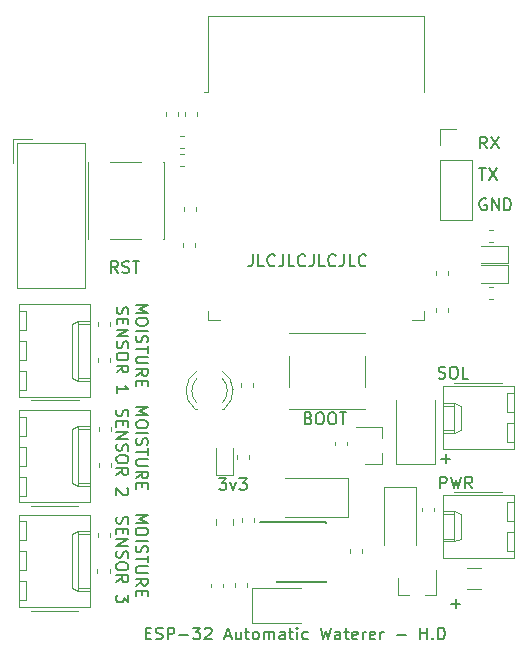
<source format=gbr>
%TF.GenerationSoftware,KiCad,Pcbnew,5.1.5+dfsg1-2build2*%
%TF.CreationDate,2022-07-17T21:36:19+12:00*%
%TF.ProjectId,automatic-plant-watering,6175746f-6d61-4746-9963-2d706c616e74,rev?*%
%TF.SameCoordinates,Original*%
%TF.FileFunction,Legend,Top*%
%TF.FilePolarity,Positive*%
%FSLAX46Y46*%
G04 Gerber Fmt 4.6, Leading zero omitted, Abs format (unit mm)*
G04 Created by KiCad (PCBNEW 5.1.5+dfsg1-2build2) date 2022-07-17 21:36:19*
%MOMM*%
%LPD*%
G04 APERTURE LIST*
%ADD10C,0.150000*%
%ADD11C,0.120000*%
G04 APERTURE END LIST*
D10*
X264922047Y-131036368D02*
X265683952Y-131036368D01*
X265303000Y-131417320D02*
X265303000Y-130655416D01*
X248977092Y-113742220D02*
X248977092Y-114456506D01*
X248929473Y-114599363D01*
X248834235Y-114694601D01*
X248691378Y-114742220D01*
X248596140Y-114742220D01*
X249929473Y-114742220D02*
X249453282Y-114742220D01*
X249453282Y-113742220D01*
X250834235Y-114646982D02*
X250786616Y-114694601D01*
X250643759Y-114742220D01*
X250548520Y-114742220D01*
X250405663Y-114694601D01*
X250310425Y-114599363D01*
X250262806Y-114504125D01*
X250215187Y-114313649D01*
X250215187Y-114170792D01*
X250262806Y-113980316D01*
X250310425Y-113885078D01*
X250405663Y-113789840D01*
X250548520Y-113742220D01*
X250643759Y-113742220D01*
X250786616Y-113789840D01*
X250834235Y-113837459D01*
X251548520Y-113742220D02*
X251548520Y-114456506D01*
X251500901Y-114599363D01*
X251405663Y-114694601D01*
X251262806Y-114742220D01*
X251167568Y-114742220D01*
X252500901Y-114742220D02*
X252024711Y-114742220D01*
X252024711Y-113742220D01*
X253405663Y-114646982D02*
X253358044Y-114694601D01*
X253215187Y-114742220D01*
X253119949Y-114742220D01*
X252977092Y-114694601D01*
X252881854Y-114599363D01*
X252834235Y-114504125D01*
X252786616Y-114313649D01*
X252786616Y-114170792D01*
X252834235Y-113980316D01*
X252881854Y-113885078D01*
X252977092Y-113789840D01*
X253119949Y-113742220D01*
X253215187Y-113742220D01*
X253358044Y-113789840D01*
X253405663Y-113837459D01*
X254119949Y-113742220D02*
X254119949Y-114456506D01*
X254072330Y-114599363D01*
X253977092Y-114694601D01*
X253834235Y-114742220D01*
X253738997Y-114742220D01*
X255072330Y-114742220D02*
X254596140Y-114742220D01*
X254596140Y-113742220D01*
X255977092Y-114646982D02*
X255929473Y-114694601D01*
X255786616Y-114742220D01*
X255691378Y-114742220D01*
X255548520Y-114694601D01*
X255453282Y-114599363D01*
X255405663Y-114504125D01*
X255358044Y-114313649D01*
X255358044Y-114170792D01*
X255405663Y-113980316D01*
X255453282Y-113885078D01*
X255548520Y-113789840D01*
X255691378Y-113742220D01*
X255786616Y-113742220D01*
X255929473Y-113789840D01*
X255977092Y-113837459D01*
X256691378Y-113742220D02*
X256691378Y-114456506D01*
X256643759Y-114599363D01*
X256548520Y-114694601D01*
X256405663Y-114742220D01*
X256310425Y-114742220D01*
X257643759Y-114742220D02*
X257167568Y-114742220D01*
X257167568Y-113742220D01*
X258548520Y-114646982D02*
X258500901Y-114694601D01*
X258358044Y-114742220D01*
X258262806Y-114742220D01*
X258119949Y-114694601D01*
X258024711Y-114599363D01*
X257977092Y-114504125D01*
X257929473Y-114313649D01*
X257929473Y-114170792D01*
X257977092Y-113980316D01*
X258024711Y-113885078D01*
X258119949Y-113789840D01*
X258262806Y-113742220D01*
X258358044Y-113742220D01*
X258500901Y-113789840D01*
X258548520Y-113837459D01*
X268732095Y-109050200D02*
X268636857Y-109002580D01*
X268494000Y-109002580D01*
X268351142Y-109050200D01*
X268255904Y-109145438D01*
X268208285Y-109240676D01*
X268160666Y-109431152D01*
X268160666Y-109574009D01*
X268208285Y-109764485D01*
X268255904Y-109859723D01*
X268351142Y-109954961D01*
X268494000Y-110002580D01*
X268589238Y-110002580D01*
X268732095Y-109954961D01*
X268779714Y-109907342D01*
X268779714Y-109574009D01*
X268589238Y-109574009D01*
X269208285Y-110002580D02*
X269208285Y-109002580D01*
X269779714Y-110002580D01*
X269779714Y-109002580D01*
X270255904Y-110002580D02*
X270255904Y-109002580D01*
X270494000Y-109002580D01*
X270636857Y-109050200D01*
X270732095Y-109145438D01*
X270779714Y-109240676D01*
X270827333Y-109431152D01*
X270827333Y-109574009D01*
X270779714Y-109764485D01*
X270732095Y-109859723D01*
X270636857Y-109954961D01*
X270494000Y-110002580D01*
X270255904Y-110002580D01*
X268135195Y-106437180D02*
X268706623Y-106437180D01*
X268420909Y-107437180D02*
X268420909Y-106437180D01*
X268944719Y-106437180D02*
X269611385Y-107437180D01*
X269611385Y-106437180D02*
X268944719Y-107437180D01*
X268806633Y-104770180D02*
X268473300Y-104293990D01*
X268235204Y-104770180D02*
X268235204Y-103770180D01*
X268616157Y-103770180D01*
X268711395Y-103817800D01*
X268759014Y-103865419D01*
X268806633Y-103960657D01*
X268806633Y-104103514D01*
X268759014Y-104198752D01*
X268711395Y-104246371D01*
X268616157Y-104293990D01*
X268235204Y-104293990D01*
X269139966Y-103770180D02*
X269806633Y-104770180D01*
X269806633Y-103770180D02*
X269139966Y-104770180D01*
X237557060Y-115316260D02*
X237223727Y-114840070D01*
X236985632Y-115316260D02*
X236985632Y-114316260D01*
X237366584Y-114316260D01*
X237461822Y-114363880D01*
X237509441Y-114411499D01*
X237557060Y-114506737D01*
X237557060Y-114649594D01*
X237509441Y-114744832D01*
X237461822Y-114792451D01*
X237366584Y-114840070D01*
X236985632Y-114840070D01*
X237938013Y-115268641D02*
X238080870Y-115316260D01*
X238318965Y-115316260D01*
X238414203Y-115268641D01*
X238461822Y-115221022D01*
X238509441Y-115125784D01*
X238509441Y-115030546D01*
X238461822Y-114935308D01*
X238414203Y-114887689D01*
X238318965Y-114840070D01*
X238128489Y-114792451D01*
X238033251Y-114744832D01*
X237985632Y-114697213D01*
X237938013Y-114601975D01*
X237938013Y-114506737D01*
X237985632Y-114411499D01*
X238033251Y-114363880D01*
X238128489Y-114316260D01*
X238366584Y-114316260D01*
X238509441Y-114363880D01*
X238795156Y-114316260D02*
X239366584Y-114316260D01*
X239080870Y-115316260D02*
X239080870Y-114316260D01*
X253696957Y-127601671D02*
X253839814Y-127649290D01*
X253887433Y-127696909D01*
X253935052Y-127792147D01*
X253935052Y-127935004D01*
X253887433Y-128030242D01*
X253839814Y-128077861D01*
X253744576Y-128125480D01*
X253363623Y-128125480D01*
X253363623Y-127125480D01*
X253696957Y-127125480D01*
X253792195Y-127173100D01*
X253839814Y-127220719D01*
X253887433Y-127315957D01*
X253887433Y-127411195D01*
X253839814Y-127506433D01*
X253792195Y-127554052D01*
X253696957Y-127601671D01*
X253363623Y-127601671D01*
X254554100Y-127125480D02*
X254744576Y-127125480D01*
X254839814Y-127173100D01*
X254935052Y-127268338D01*
X254982671Y-127458814D01*
X254982671Y-127792147D01*
X254935052Y-127982623D01*
X254839814Y-128077861D01*
X254744576Y-128125480D01*
X254554100Y-128125480D01*
X254458861Y-128077861D01*
X254363623Y-127982623D01*
X254316004Y-127792147D01*
X254316004Y-127458814D01*
X254363623Y-127268338D01*
X254458861Y-127173100D01*
X254554100Y-127125480D01*
X255601719Y-127125480D02*
X255792195Y-127125480D01*
X255887433Y-127173100D01*
X255982671Y-127268338D01*
X256030290Y-127458814D01*
X256030290Y-127792147D01*
X255982671Y-127982623D01*
X255887433Y-128077861D01*
X255792195Y-128125480D01*
X255601719Y-128125480D01*
X255506480Y-128077861D01*
X255411242Y-127982623D01*
X255363623Y-127792147D01*
X255363623Y-127458814D01*
X255411242Y-127268338D01*
X255506480Y-127173100D01*
X255601719Y-127125480D01*
X256316004Y-127125480D02*
X256887433Y-127125480D01*
X256601719Y-128125480D02*
X256601719Y-127125480D01*
X246116623Y-132675380D02*
X246735671Y-132675380D01*
X246402338Y-133056333D01*
X246545195Y-133056333D01*
X246640433Y-133103952D01*
X246688052Y-133151571D01*
X246735671Y-133246809D01*
X246735671Y-133484904D01*
X246688052Y-133580142D01*
X246640433Y-133627761D01*
X246545195Y-133675380D01*
X246259480Y-133675380D01*
X246164242Y-133627761D01*
X246116623Y-133580142D01*
X247069004Y-133008714D02*
X247307100Y-133675380D01*
X247545195Y-133008714D01*
X247830909Y-132675380D02*
X248449957Y-132675380D01*
X248116623Y-133056333D01*
X248259480Y-133056333D01*
X248354719Y-133103952D01*
X248402338Y-133151571D01*
X248449957Y-133246809D01*
X248449957Y-133484904D01*
X248402338Y-133580142D01*
X248354719Y-133627761D01*
X248259480Y-133675380D01*
X247973766Y-133675380D01*
X247878528Y-133627761D01*
X247830909Y-133580142D01*
X239909342Y-145821091D02*
X240242676Y-145821091D01*
X240385533Y-146344900D02*
X239909342Y-146344900D01*
X239909342Y-145344900D01*
X240385533Y-145344900D01*
X240766485Y-146297281D02*
X240909342Y-146344900D01*
X241147438Y-146344900D01*
X241242676Y-146297281D01*
X241290295Y-146249662D01*
X241337914Y-146154424D01*
X241337914Y-146059186D01*
X241290295Y-145963948D01*
X241242676Y-145916329D01*
X241147438Y-145868710D01*
X240956961Y-145821091D01*
X240861723Y-145773472D01*
X240814104Y-145725853D01*
X240766485Y-145630615D01*
X240766485Y-145535377D01*
X240814104Y-145440139D01*
X240861723Y-145392520D01*
X240956961Y-145344900D01*
X241195057Y-145344900D01*
X241337914Y-145392520D01*
X241766485Y-146344900D02*
X241766485Y-145344900D01*
X242147438Y-145344900D01*
X242242676Y-145392520D01*
X242290295Y-145440139D01*
X242337914Y-145535377D01*
X242337914Y-145678234D01*
X242290295Y-145773472D01*
X242242676Y-145821091D01*
X242147438Y-145868710D01*
X241766485Y-145868710D01*
X242766485Y-145963948D02*
X243528390Y-145963948D01*
X243909342Y-145344900D02*
X244528390Y-145344900D01*
X244195057Y-145725853D01*
X244337914Y-145725853D01*
X244433152Y-145773472D01*
X244480771Y-145821091D01*
X244528390Y-145916329D01*
X244528390Y-146154424D01*
X244480771Y-146249662D01*
X244433152Y-146297281D01*
X244337914Y-146344900D01*
X244052200Y-146344900D01*
X243956961Y-146297281D01*
X243909342Y-146249662D01*
X244909342Y-145440139D02*
X244956961Y-145392520D01*
X245052200Y-145344900D01*
X245290295Y-145344900D01*
X245385533Y-145392520D01*
X245433152Y-145440139D01*
X245480771Y-145535377D01*
X245480771Y-145630615D01*
X245433152Y-145773472D01*
X244861723Y-146344900D01*
X245480771Y-146344900D01*
X246623628Y-146059186D02*
X247099819Y-146059186D01*
X246528390Y-146344900D02*
X246861723Y-145344900D01*
X247195057Y-146344900D01*
X247956961Y-145678234D02*
X247956961Y-146344900D01*
X247528390Y-145678234D02*
X247528390Y-146202043D01*
X247576009Y-146297281D01*
X247671247Y-146344900D01*
X247814104Y-146344900D01*
X247909342Y-146297281D01*
X247956961Y-146249662D01*
X248290295Y-145678234D02*
X248671247Y-145678234D01*
X248433152Y-145344900D02*
X248433152Y-146202043D01*
X248480771Y-146297281D01*
X248576009Y-146344900D01*
X248671247Y-146344900D01*
X249147438Y-146344900D02*
X249052200Y-146297281D01*
X249004580Y-146249662D01*
X248956961Y-146154424D01*
X248956961Y-145868710D01*
X249004580Y-145773472D01*
X249052200Y-145725853D01*
X249147438Y-145678234D01*
X249290295Y-145678234D01*
X249385533Y-145725853D01*
X249433152Y-145773472D01*
X249480771Y-145868710D01*
X249480771Y-146154424D01*
X249433152Y-146249662D01*
X249385533Y-146297281D01*
X249290295Y-146344900D01*
X249147438Y-146344900D01*
X249909342Y-146344900D02*
X249909342Y-145678234D01*
X249909342Y-145773472D02*
X249956961Y-145725853D01*
X250052200Y-145678234D01*
X250195057Y-145678234D01*
X250290295Y-145725853D01*
X250337914Y-145821091D01*
X250337914Y-146344900D01*
X250337914Y-145821091D02*
X250385533Y-145725853D01*
X250480771Y-145678234D01*
X250623628Y-145678234D01*
X250718866Y-145725853D01*
X250766485Y-145821091D01*
X250766485Y-146344900D01*
X251671247Y-146344900D02*
X251671247Y-145821091D01*
X251623628Y-145725853D01*
X251528390Y-145678234D01*
X251337914Y-145678234D01*
X251242676Y-145725853D01*
X251671247Y-146297281D02*
X251576009Y-146344900D01*
X251337914Y-146344900D01*
X251242676Y-146297281D01*
X251195057Y-146202043D01*
X251195057Y-146106805D01*
X251242676Y-146011567D01*
X251337914Y-145963948D01*
X251576009Y-145963948D01*
X251671247Y-145916329D01*
X252004580Y-145678234D02*
X252385533Y-145678234D01*
X252147438Y-145344900D02*
X252147438Y-146202043D01*
X252195057Y-146297281D01*
X252290295Y-146344900D01*
X252385533Y-146344900D01*
X252718866Y-146344900D02*
X252718866Y-145678234D01*
X252718866Y-145344900D02*
X252671247Y-145392520D01*
X252718866Y-145440139D01*
X252766485Y-145392520D01*
X252718866Y-145344900D01*
X252718866Y-145440139D01*
X253623628Y-146297281D02*
X253528390Y-146344900D01*
X253337914Y-146344900D01*
X253242676Y-146297281D01*
X253195057Y-146249662D01*
X253147438Y-146154424D01*
X253147438Y-145868710D01*
X253195057Y-145773472D01*
X253242676Y-145725853D01*
X253337914Y-145678234D01*
X253528390Y-145678234D01*
X253623628Y-145725853D01*
X254718866Y-145344900D02*
X254956961Y-146344900D01*
X255147438Y-145630615D01*
X255337914Y-146344900D01*
X255576009Y-145344900D01*
X256385533Y-146344900D02*
X256385533Y-145821091D01*
X256337914Y-145725853D01*
X256242676Y-145678234D01*
X256052200Y-145678234D01*
X255956961Y-145725853D01*
X256385533Y-146297281D02*
X256290295Y-146344900D01*
X256052200Y-146344900D01*
X255956961Y-146297281D01*
X255909342Y-146202043D01*
X255909342Y-146106805D01*
X255956961Y-146011567D01*
X256052200Y-145963948D01*
X256290295Y-145963948D01*
X256385533Y-145916329D01*
X256718866Y-145678234D02*
X257099819Y-145678234D01*
X256861723Y-145344900D02*
X256861723Y-146202043D01*
X256909342Y-146297281D01*
X257004580Y-146344900D01*
X257099819Y-146344900D01*
X257814104Y-146297281D02*
X257718866Y-146344900D01*
X257528390Y-146344900D01*
X257433152Y-146297281D01*
X257385533Y-146202043D01*
X257385533Y-145821091D01*
X257433152Y-145725853D01*
X257528390Y-145678234D01*
X257718866Y-145678234D01*
X257814104Y-145725853D01*
X257861723Y-145821091D01*
X257861723Y-145916329D01*
X257385533Y-146011567D01*
X258290295Y-146344900D02*
X258290295Y-145678234D01*
X258290295Y-145868710D02*
X258337914Y-145773472D01*
X258385533Y-145725853D01*
X258480771Y-145678234D01*
X258576009Y-145678234D01*
X259290295Y-146297281D02*
X259195057Y-146344900D01*
X259004580Y-146344900D01*
X258909342Y-146297281D01*
X258861723Y-146202043D01*
X258861723Y-145821091D01*
X258909342Y-145725853D01*
X259004580Y-145678234D01*
X259195057Y-145678234D01*
X259290295Y-145725853D01*
X259337914Y-145821091D01*
X259337914Y-145916329D01*
X258861723Y-146011567D01*
X259766485Y-146344900D02*
X259766485Y-145678234D01*
X259766485Y-145868710D02*
X259814104Y-145773472D01*
X259861723Y-145725853D01*
X259956961Y-145678234D01*
X260052200Y-145678234D01*
X261147438Y-145963948D02*
X261909342Y-145963948D01*
X263147438Y-146344900D02*
X263147438Y-145344900D01*
X263147438Y-145821091D02*
X263718866Y-145821091D01*
X263718866Y-146344900D02*
X263718866Y-145344900D01*
X264195057Y-146249662D02*
X264242676Y-146297281D01*
X264195057Y-146344900D01*
X264147438Y-146297281D01*
X264195057Y-146249662D01*
X264195057Y-146344900D01*
X264671247Y-146344900D02*
X264671247Y-145344900D01*
X264909342Y-145344900D01*
X265052200Y-145392520D01*
X265147438Y-145487758D01*
X265195057Y-145582996D01*
X265242676Y-145773472D01*
X265242676Y-145916329D01*
X265195057Y-146106805D01*
X265147438Y-146202043D01*
X265052200Y-146297281D01*
X264909342Y-146344900D01*
X264671247Y-146344900D01*
X264698314Y-124204361D02*
X264841171Y-124251980D01*
X265079266Y-124251980D01*
X265174504Y-124204361D01*
X265222123Y-124156742D01*
X265269742Y-124061504D01*
X265269742Y-123966266D01*
X265222123Y-123871028D01*
X265174504Y-123823409D01*
X265079266Y-123775790D01*
X264888790Y-123728171D01*
X264793552Y-123680552D01*
X264745933Y-123632933D01*
X264698314Y-123537695D01*
X264698314Y-123442457D01*
X264745933Y-123347219D01*
X264793552Y-123299600D01*
X264888790Y-123251980D01*
X265126885Y-123251980D01*
X265269742Y-123299600D01*
X265888790Y-123251980D02*
X266079266Y-123251980D01*
X266174504Y-123299600D01*
X266269742Y-123394838D01*
X266317361Y-123585314D01*
X266317361Y-123918647D01*
X266269742Y-124109123D01*
X266174504Y-124204361D01*
X266079266Y-124251980D01*
X265888790Y-124251980D01*
X265793552Y-124204361D01*
X265698314Y-124109123D01*
X265650695Y-123918647D01*
X265650695Y-123585314D01*
X265698314Y-123394838D01*
X265793552Y-123299600D01*
X265888790Y-123251980D01*
X267222123Y-124251980D02*
X266745933Y-124251980D01*
X266745933Y-123251980D01*
X265785647Y-143322348D02*
X266547552Y-143322348D01*
X266166600Y-143703300D02*
X266166600Y-142941396D01*
X264833266Y-133548380D02*
X264833266Y-132548380D01*
X265214219Y-132548380D01*
X265309457Y-132596000D01*
X265357076Y-132643619D01*
X265404695Y-132738857D01*
X265404695Y-132881714D01*
X265357076Y-132976952D01*
X265309457Y-133024571D01*
X265214219Y-133072190D01*
X264833266Y-133072190D01*
X265738028Y-132548380D02*
X265976123Y-133548380D01*
X266166600Y-132834095D01*
X266357076Y-133548380D01*
X266595171Y-132548380D01*
X267547552Y-133548380D02*
X267214219Y-133072190D01*
X266976123Y-133548380D02*
X266976123Y-132548380D01*
X267357076Y-132548380D01*
X267452314Y-132596000D01*
X267499933Y-132643619D01*
X267547552Y-132738857D01*
X267547552Y-132881714D01*
X267499933Y-132976952D01*
X267452314Y-133024571D01*
X267357076Y-133072190D01*
X266976123Y-133072190D01*
X239069119Y-135776176D02*
X240069119Y-135776176D01*
X239354833Y-136109509D01*
X240069119Y-136442842D01*
X239069119Y-136442842D01*
X240069119Y-137109509D02*
X240069119Y-137299985D01*
X240021500Y-137395223D01*
X239926261Y-137490461D01*
X239735785Y-137538080D01*
X239402452Y-137538080D01*
X239211976Y-137490461D01*
X239116738Y-137395223D01*
X239069119Y-137299985D01*
X239069119Y-137109509D01*
X239116738Y-137014271D01*
X239211976Y-136919033D01*
X239402452Y-136871414D01*
X239735785Y-136871414D01*
X239926261Y-136919033D01*
X240021500Y-137014271D01*
X240069119Y-137109509D01*
X239069119Y-137966652D02*
X240069119Y-137966652D01*
X239116738Y-138395223D02*
X239069119Y-138538080D01*
X239069119Y-138776176D01*
X239116738Y-138871414D01*
X239164357Y-138919033D01*
X239259595Y-138966652D01*
X239354833Y-138966652D01*
X239450071Y-138919033D01*
X239497690Y-138871414D01*
X239545309Y-138776176D01*
X239592928Y-138585700D01*
X239640547Y-138490461D01*
X239688166Y-138442842D01*
X239783404Y-138395223D01*
X239878642Y-138395223D01*
X239973880Y-138442842D01*
X240021500Y-138490461D01*
X240069119Y-138585700D01*
X240069119Y-138823795D01*
X240021500Y-138966652D01*
X240069119Y-139252366D02*
X240069119Y-139823795D01*
X239069119Y-139538080D02*
X240069119Y-139538080D01*
X240069119Y-140157128D02*
X239259595Y-140157128D01*
X239164357Y-140204747D01*
X239116738Y-140252366D01*
X239069119Y-140347604D01*
X239069119Y-140538080D01*
X239116738Y-140633319D01*
X239164357Y-140680938D01*
X239259595Y-140728557D01*
X240069119Y-140728557D01*
X239069119Y-141776176D02*
X239545309Y-141442842D01*
X239069119Y-141204747D02*
X240069119Y-141204747D01*
X240069119Y-141585700D01*
X240021500Y-141680938D01*
X239973880Y-141728557D01*
X239878642Y-141776176D01*
X239735785Y-141776176D01*
X239640547Y-141728557D01*
X239592928Y-141680938D01*
X239545309Y-141585700D01*
X239545309Y-141204747D01*
X239592928Y-142204747D02*
X239592928Y-142538080D01*
X239069119Y-142680938D02*
X239069119Y-142204747D01*
X240069119Y-142204747D01*
X240069119Y-142680938D01*
X237466738Y-135966652D02*
X237419119Y-136109509D01*
X237419119Y-136347604D01*
X237466738Y-136442842D01*
X237514357Y-136490461D01*
X237609595Y-136538080D01*
X237704833Y-136538080D01*
X237800071Y-136490461D01*
X237847690Y-136442842D01*
X237895309Y-136347604D01*
X237942928Y-136157128D01*
X237990547Y-136061890D01*
X238038166Y-136014271D01*
X238133404Y-135966652D01*
X238228642Y-135966652D01*
X238323880Y-136014271D01*
X238371500Y-136061890D01*
X238419119Y-136157128D01*
X238419119Y-136395223D01*
X238371500Y-136538080D01*
X237942928Y-136966652D02*
X237942928Y-137299985D01*
X237419119Y-137442842D02*
X237419119Y-136966652D01*
X238419119Y-136966652D01*
X238419119Y-137442842D01*
X237419119Y-137871414D02*
X238419119Y-137871414D01*
X237419119Y-138442842D01*
X238419119Y-138442842D01*
X237466738Y-138871414D02*
X237419119Y-139014271D01*
X237419119Y-139252366D01*
X237466738Y-139347604D01*
X237514357Y-139395223D01*
X237609595Y-139442842D01*
X237704833Y-139442842D01*
X237800071Y-139395223D01*
X237847690Y-139347604D01*
X237895309Y-139252366D01*
X237942928Y-139061890D01*
X237990547Y-138966652D01*
X238038166Y-138919033D01*
X238133404Y-138871414D01*
X238228642Y-138871414D01*
X238323880Y-138919033D01*
X238371500Y-138966652D01*
X238419119Y-139061890D01*
X238419119Y-139299985D01*
X238371500Y-139442842D01*
X238419119Y-140061890D02*
X238419119Y-140252366D01*
X238371500Y-140347604D01*
X238276261Y-140442842D01*
X238085785Y-140490461D01*
X237752452Y-140490461D01*
X237561976Y-140442842D01*
X237466738Y-140347604D01*
X237419119Y-140252366D01*
X237419119Y-140061890D01*
X237466738Y-139966652D01*
X237561976Y-139871414D01*
X237752452Y-139823795D01*
X238085785Y-139823795D01*
X238276261Y-139871414D01*
X238371500Y-139966652D01*
X238419119Y-140061890D01*
X237419119Y-141490461D02*
X237895309Y-141157128D01*
X237419119Y-140919033D02*
X238419119Y-140919033D01*
X238419119Y-141299985D01*
X238371500Y-141395223D01*
X238323880Y-141442842D01*
X238228642Y-141490461D01*
X238085785Y-141490461D01*
X237990547Y-141442842D01*
X237942928Y-141395223D01*
X237895309Y-141299985D01*
X237895309Y-140919033D01*
X238419119Y-142585700D02*
X238419119Y-143204747D01*
X238038166Y-142871414D01*
X238038166Y-143014271D01*
X237990547Y-143109509D01*
X237942928Y-143157128D01*
X237847690Y-143204747D01*
X237609595Y-143204747D01*
X237514357Y-143157128D01*
X237466738Y-143109509D01*
X237419119Y-143014271D01*
X237419119Y-142728557D01*
X237466738Y-142633319D01*
X237514357Y-142585700D01*
X239081819Y-126695676D02*
X240081819Y-126695676D01*
X239367533Y-127029009D01*
X240081819Y-127362342D01*
X239081819Y-127362342D01*
X240081819Y-128029009D02*
X240081819Y-128219485D01*
X240034200Y-128314723D01*
X239938961Y-128409961D01*
X239748485Y-128457580D01*
X239415152Y-128457580D01*
X239224676Y-128409961D01*
X239129438Y-128314723D01*
X239081819Y-128219485D01*
X239081819Y-128029009D01*
X239129438Y-127933771D01*
X239224676Y-127838533D01*
X239415152Y-127790914D01*
X239748485Y-127790914D01*
X239938961Y-127838533D01*
X240034200Y-127933771D01*
X240081819Y-128029009D01*
X239081819Y-128886152D02*
X240081819Y-128886152D01*
X239129438Y-129314723D02*
X239081819Y-129457580D01*
X239081819Y-129695676D01*
X239129438Y-129790914D01*
X239177057Y-129838533D01*
X239272295Y-129886152D01*
X239367533Y-129886152D01*
X239462771Y-129838533D01*
X239510390Y-129790914D01*
X239558009Y-129695676D01*
X239605628Y-129505200D01*
X239653247Y-129409961D01*
X239700866Y-129362342D01*
X239796104Y-129314723D01*
X239891342Y-129314723D01*
X239986580Y-129362342D01*
X240034200Y-129409961D01*
X240081819Y-129505200D01*
X240081819Y-129743295D01*
X240034200Y-129886152D01*
X240081819Y-130171866D02*
X240081819Y-130743295D01*
X239081819Y-130457580D02*
X240081819Y-130457580D01*
X240081819Y-131076628D02*
X239272295Y-131076628D01*
X239177057Y-131124247D01*
X239129438Y-131171866D01*
X239081819Y-131267104D01*
X239081819Y-131457580D01*
X239129438Y-131552819D01*
X239177057Y-131600438D01*
X239272295Y-131648057D01*
X240081819Y-131648057D01*
X239081819Y-132695676D02*
X239558009Y-132362342D01*
X239081819Y-132124247D02*
X240081819Y-132124247D01*
X240081819Y-132505200D01*
X240034200Y-132600438D01*
X239986580Y-132648057D01*
X239891342Y-132695676D01*
X239748485Y-132695676D01*
X239653247Y-132648057D01*
X239605628Y-132600438D01*
X239558009Y-132505200D01*
X239558009Y-132124247D01*
X239605628Y-133124247D02*
X239605628Y-133457580D01*
X239081819Y-133600438D02*
X239081819Y-133124247D01*
X240081819Y-133124247D01*
X240081819Y-133600438D01*
X237479438Y-126886152D02*
X237431819Y-127029009D01*
X237431819Y-127267104D01*
X237479438Y-127362342D01*
X237527057Y-127409961D01*
X237622295Y-127457580D01*
X237717533Y-127457580D01*
X237812771Y-127409961D01*
X237860390Y-127362342D01*
X237908009Y-127267104D01*
X237955628Y-127076628D01*
X238003247Y-126981390D01*
X238050866Y-126933771D01*
X238146104Y-126886152D01*
X238241342Y-126886152D01*
X238336580Y-126933771D01*
X238384200Y-126981390D01*
X238431819Y-127076628D01*
X238431819Y-127314723D01*
X238384200Y-127457580D01*
X237955628Y-127886152D02*
X237955628Y-128219485D01*
X237431819Y-128362342D02*
X237431819Y-127886152D01*
X238431819Y-127886152D01*
X238431819Y-128362342D01*
X237431819Y-128790914D02*
X238431819Y-128790914D01*
X237431819Y-129362342D01*
X238431819Y-129362342D01*
X237479438Y-129790914D02*
X237431819Y-129933771D01*
X237431819Y-130171866D01*
X237479438Y-130267104D01*
X237527057Y-130314723D01*
X237622295Y-130362342D01*
X237717533Y-130362342D01*
X237812771Y-130314723D01*
X237860390Y-130267104D01*
X237908009Y-130171866D01*
X237955628Y-129981390D01*
X238003247Y-129886152D01*
X238050866Y-129838533D01*
X238146104Y-129790914D01*
X238241342Y-129790914D01*
X238336580Y-129838533D01*
X238384200Y-129886152D01*
X238431819Y-129981390D01*
X238431819Y-130219485D01*
X238384200Y-130362342D01*
X238431819Y-130981390D02*
X238431819Y-131171866D01*
X238384200Y-131267104D01*
X238288961Y-131362342D01*
X238098485Y-131409961D01*
X237765152Y-131409961D01*
X237574676Y-131362342D01*
X237479438Y-131267104D01*
X237431819Y-131171866D01*
X237431819Y-130981390D01*
X237479438Y-130886152D01*
X237574676Y-130790914D01*
X237765152Y-130743295D01*
X238098485Y-130743295D01*
X238288961Y-130790914D01*
X238384200Y-130886152D01*
X238431819Y-130981390D01*
X237431819Y-132409961D02*
X237908009Y-132076628D01*
X237431819Y-131838533D02*
X238431819Y-131838533D01*
X238431819Y-132219485D01*
X238384200Y-132314723D01*
X238336580Y-132362342D01*
X238241342Y-132409961D01*
X238098485Y-132409961D01*
X238003247Y-132362342D01*
X237955628Y-132314723D01*
X237908009Y-132219485D01*
X237908009Y-131838533D01*
X238336580Y-133552819D02*
X238384200Y-133600438D01*
X238431819Y-133695676D01*
X238431819Y-133933771D01*
X238384200Y-134029009D01*
X238336580Y-134076628D01*
X238241342Y-134124247D01*
X238146104Y-134124247D01*
X238003247Y-134076628D01*
X237431819Y-133505200D01*
X237431819Y-134124247D01*
X239094519Y-118008876D02*
X240094519Y-118008876D01*
X239380233Y-118342209D01*
X240094519Y-118675542D01*
X239094519Y-118675542D01*
X240094519Y-119342209D02*
X240094519Y-119532685D01*
X240046900Y-119627923D01*
X239951661Y-119723161D01*
X239761185Y-119770780D01*
X239427852Y-119770780D01*
X239237376Y-119723161D01*
X239142138Y-119627923D01*
X239094519Y-119532685D01*
X239094519Y-119342209D01*
X239142138Y-119246971D01*
X239237376Y-119151733D01*
X239427852Y-119104114D01*
X239761185Y-119104114D01*
X239951661Y-119151733D01*
X240046900Y-119246971D01*
X240094519Y-119342209D01*
X239094519Y-120199352D02*
X240094519Y-120199352D01*
X239142138Y-120627923D02*
X239094519Y-120770780D01*
X239094519Y-121008876D01*
X239142138Y-121104114D01*
X239189757Y-121151733D01*
X239284995Y-121199352D01*
X239380233Y-121199352D01*
X239475471Y-121151733D01*
X239523090Y-121104114D01*
X239570709Y-121008876D01*
X239618328Y-120818400D01*
X239665947Y-120723161D01*
X239713566Y-120675542D01*
X239808804Y-120627923D01*
X239904042Y-120627923D01*
X239999280Y-120675542D01*
X240046900Y-120723161D01*
X240094519Y-120818400D01*
X240094519Y-121056495D01*
X240046900Y-121199352D01*
X240094519Y-121485066D02*
X240094519Y-122056495D01*
X239094519Y-121770780D02*
X240094519Y-121770780D01*
X240094519Y-122389828D02*
X239284995Y-122389828D01*
X239189757Y-122437447D01*
X239142138Y-122485066D01*
X239094519Y-122580304D01*
X239094519Y-122770780D01*
X239142138Y-122866019D01*
X239189757Y-122913638D01*
X239284995Y-122961257D01*
X240094519Y-122961257D01*
X239094519Y-124008876D02*
X239570709Y-123675542D01*
X239094519Y-123437447D02*
X240094519Y-123437447D01*
X240094519Y-123818400D01*
X240046900Y-123913638D01*
X239999280Y-123961257D01*
X239904042Y-124008876D01*
X239761185Y-124008876D01*
X239665947Y-123961257D01*
X239618328Y-123913638D01*
X239570709Y-123818400D01*
X239570709Y-123437447D01*
X239618328Y-124437447D02*
X239618328Y-124770780D01*
X239094519Y-124913638D02*
X239094519Y-124437447D01*
X240094519Y-124437447D01*
X240094519Y-124913638D01*
X237492138Y-118199352D02*
X237444519Y-118342209D01*
X237444519Y-118580304D01*
X237492138Y-118675542D01*
X237539757Y-118723161D01*
X237634995Y-118770780D01*
X237730233Y-118770780D01*
X237825471Y-118723161D01*
X237873090Y-118675542D01*
X237920709Y-118580304D01*
X237968328Y-118389828D01*
X238015947Y-118294590D01*
X238063566Y-118246971D01*
X238158804Y-118199352D01*
X238254042Y-118199352D01*
X238349280Y-118246971D01*
X238396900Y-118294590D01*
X238444519Y-118389828D01*
X238444519Y-118627923D01*
X238396900Y-118770780D01*
X237968328Y-119199352D02*
X237968328Y-119532685D01*
X237444519Y-119675542D02*
X237444519Y-119199352D01*
X238444519Y-119199352D01*
X238444519Y-119675542D01*
X237444519Y-120104114D02*
X238444519Y-120104114D01*
X237444519Y-120675542D01*
X238444519Y-120675542D01*
X237492138Y-121104114D02*
X237444519Y-121246971D01*
X237444519Y-121485066D01*
X237492138Y-121580304D01*
X237539757Y-121627923D01*
X237634995Y-121675542D01*
X237730233Y-121675542D01*
X237825471Y-121627923D01*
X237873090Y-121580304D01*
X237920709Y-121485066D01*
X237968328Y-121294590D01*
X238015947Y-121199352D01*
X238063566Y-121151733D01*
X238158804Y-121104114D01*
X238254042Y-121104114D01*
X238349280Y-121151733D01*
X238396900Y-121199352D01*
X238444519Y-121294590D01*
X238444519Y-121532685D01*
X238396900Y-121675542D01*
X238444519Y-122294590D02*
X238444519Y-122485066D01*
X238396900Y-122580304D01*
X238301661Y-122675542D01*
X238111185Y-122723161D01*
X237777852Y-122723161D01*
X237587376Y-122675542D01*
X237492138Y-122580304D01*
X237444519Y-122485066D01*
X237444519Y-122294590D01*
X237492138Y-122199352D01*
X237587376Y-122104114D01*
X237777852Y-122056495D01*
X238111185Y-122056495D01*
X238301661Y-122104114D01*
X238396900Y-122199352D01*
X238444519Y-122294590D01*
X237444519Y-123723161D02*
X237920709Y-123389828D01*
X237444519Y-123151733D02*
X238444519Y-123151733D01*
X238444519Y-123532685D01*
X238396900Y-123627923D01*
X238349280Y-123675542D01*
X238254042Y-123723161D01*
X238111185Y-123723161D01*
X238015947Y-123675542D01*
X237968328Y-123627923D01*
X237920709Y-123532685D01*
X237920709Y-123151733D01*
X237444519Y-125437447D02*
X237444519Y-124866019D01*
X237444519Y-125151733D02*
X238444519Y-125151733D01*
X238301661Y-125056495D01*
X238206423Y-124961257D01*
X238158804Y-124866019D01*
D11*
%TO.C,R2*%
X264322020Y-135509219D02*
X264322020Y-135183661D01*
X263302020Y-135509219D02*
X263302020Y-135183661D01*
%TO.C,D3*%
X262832680Y-133404360D02*
X262832680Y-138384360D01*
X260112680Y-133404360D02*
X260112680Y-138384360D01*
X262832680Y-133404360D02*
X260112680Y-133404360D01*
%TO.C,C6*%
X248867920Y-144986980D02*
X253077920Y-144986980D01*
X248867920Y-141966980D02*
X248867920Y-144986980D01*
X253077920Y-141966980D02*
X248867920Y-141966980D01*
%TO.C,U4*%
X228693740Y-104006340D02*
X230303740Y-104006340D01*
X228693740Y-104006340D02*
X228693740Y-106006340D01*
X228973740Y-116546340D02*
X228973740Y-104296340D01*
X234733740Y-116546340D02*
X228973740Y-116546340D01*
X234733740Y-104286340D02*
X234733740Y-116546340D01*
X228983740Y-104286340D02*
X234723740Y-104286340D01*
%TO.C,R5*%
X247635300Y-130748821D02*
X247635300Y-131074379D01*
X248655300Y-130748821D02*
X248655300Y-131074379D01*
%TO.C,D6*%
X247292800Y-132383900D02*
X247292800Y-130098900D01*
X245822800Y-132383900D02*
X247292800Y-132383900D01*
X245822800Y-130098900D02*
X245822800Y-132383900D01*
%TO.C,R13*%
X245417880Y-141607081D02*
X245417880Y-141932639D01*
X246437880Y-141607081D02*
X246437880Y-141932639D01*
%TO.C,R12*%
X248505440Y-141920179D02*
X248505440Y-141594621D01*
X247485440Y-141920179D02*
X247485440Y-141594621D01*
D10*
%TO.C,U2*%
X251023300Y-136413000D02*
X249623300Y-136413000D01*
X251023300Y-141513000D02*
X255173300Y-141513000D01*
X251023300Y-136363000D02*
X255173300Y-136363000D01*
X251023300Y-141513000D02*
X251023300Y-141368000D01*
X255173300Y-141513000D02*
X255173300Y-141368000D01*
X255173300Y-136363000D02*
X255173300Y-136508000D01*
X251023300Y-136363000D02*
X251023300Y-136413000D01*
D11*
%TO.C,SW2*%
X252040000Y-126864500D02*
X258500000Y-126864500D01*
X252040000Y-122334500D02*
X252040000Y-124934500D01*
X252040000Y-120404500D02*
X258500000Y-120404500D01*
X258500000Y-122334500D02*
X258500000Y-124934500D01*
X252040000Y-120434500D02*
X252040000Y-120404500D01*
X252040000Y-126864500D02*
X252040000Y-126834500D01*
X258500000Y-126864500D02*
X258500000Y-126834500D01*
X258500000Y-120404500D02*
X258500000Y-120434500D01*
%TO.C,R15*%
X235837000Y-137302021D02*
X235837000Y-137627579D01*
X236857000Y-137302021D02*
X236857000Y-137627579D01*
%TO.C,R14*%
X235925900Y-128386621D02*
X235925900Y-128712179D01*
X236945900Y-128386621D02*
X236945900Y-128712179D01*
%TO.C,R10*%
X235887800Y-119483921D02*
X235887800Y-119809479D01*
X236907800Y-119483921D02*
X236907800Y-119809479D01*
%TO.C,R4*%
X255905540Y-129588041D02*
X255905540Y-129913599D01*
X256925540Y-129588041D02*
X256925540Y-129913599D01*
%TO.C,R3*%
X265495500Y-118590279D02*
X265495500Y-118264721D01*
X264475500Y-118590279D02*
X264475500Y-118264721D01*
%TO.C,Q2*%
X259893340Y-131503540D02*
X258433340Y-131503540D01*
X259893340Y-128343540D02*
X257733340Y-128343540D01*
X259893340Y-128343540D02*
X259893340Y-129273540D01*
X259893340Y-131503540D02*
X259893340Y-130573540D01*
%TO.C,Q1*%
X261310000Y-142619000D02*
X261310000Y-141159000D01*
X264470000Y-142619000D02*
X264470000Y-140459000D01*
X264470000Y-142619000D02*
X263540000Y-142619000D01*
X261310000Y-142619000D02*
X262240000Y-142619000D01*
%TO.C,J9*%
X229779340Y-136352380D02*
X229179340Y-136352380D01*
X229779340Y-137952380D02*
X229779340Y-136352380D01*
X229179340Y-137952380D02*
X229779340Y-137952380D01*
X229779340Y-138892380D02*
X229179340Y-138892380D01*
X229779340Y-140492380D02*
X229779340Y-138892380D01*
X229179340Y-140492380D02*
X229779340Y-140492380D01*
X229779340Y-141432380D02*
X229179340Y-141432380D01*
X229779340Y-143032380D02*
X229779340Y-141432380D01*
X229179340Y-143032380D02*
X229779340Y-143032380D01*
X235199340Y-137402380D02*
X234199340Y-137402380D01*
X235199340Y-141982380D02*
X234199340Y-141982380D01*
X233669340Y-137402380D02*
X234199340Y-137152380D01*
X233669340Y-141982380D02*
X233669340Y-137402380D01*
X234199340Y-142232380D02*
X233669340Y-141982380D01*
X234199340Y-137152380D02*
X235199340Y-137152380D01*
X234199340Y-142232380D02*
X234199340Y-137152380D01*
X235199340Y-142232380D02*
X234199340Y-142232380D01*
X230209340Y-143902380D02*
X234209340Y-143902380D01*
X229179340Y-135772380D02*
X229179340Y-143612380D01*
X235199340Y-135772380D02*
X229179340Y-135772380D01*
X235199340Y-143612380D02*
X235199340Y-135772380D01*
X229179340Y-143612380D02*
X235199340Y-143612380D01*
%TO.C,J8*%
X229784420Y-127477620D02*
X229184420Y-127477620D01*
X229784420Y-129077620D02*
X229784420Y-127477620D01*
X229184420Y-129077620D02*
X229784420Y-129077620D01*
X229784420Y-130017620D02*
X229184420Y-130017620D01*
X229784420Y-131617620D02*
X229784420Y-130017620D01*
X229184420Y-131617620D02*
X229784420Y-131617620D01*
X229784420Y-132557620D02*
X229184420Y-132557620D01*
X229784420Y-134157620D02*
X229784420Y-132557620D01*
X229184420Y-134157620D02*
X229784420Y-134157620D01*
X235204420Y-128527620D02*
X234204420Y-128527620D01*
X235204420Y-133107620D02*
X234204420Y-133107620D01*
X233674420Y-128527620D02*
X234204420Y-128277620D01*
X233674420Y-133107620D02*
X233674420Y-128527620D01*
X234204420Y-133357620D02*
X233674420Y-133107620D01*
X234204420Y-128277620D02*
X235204420Y-128277620D01*
X234204420Y-133357620D02*
X234204420Y-128277620D01*
X235204420Y-133357620D02*
X234204420Y-133357620D01*
X230214420Y-135027620D02*
X234214420Y-135027620D01*
X229184420Y-126897620D02*
X229184420Y-134737620D01*
X235204420Y-126897620D02*
X229184420Y-126897620D01*
X235204420Y-134737620D02*
X235204420Y-126897620D01*
X229184420Y-134737620D02*
X235204420Y-134737620D01*
%TO.C,J4*%
X229789500Y-118546980D02*
X229189500Y-118546980D01*
X229789500Y-120146980D02*
X229789500Y-118546980D01*
X229189500Y-120146980D02*
X229789500Y-120146980D01*
X229789500Y-121086980D02*
X229189500Y-121086980D01*
X229789500Y-122686980D02*
X229789500Y-121086980D01*
X229189500Y-122686980D02*
X229789500Y-122686980D01*
X229789500Y-123626980D02*
X229189500Y-123626980D01*
X229789500Y-125226980D02*
X229789500Y-123626980D01*
X229189500Y-125226980D02*
X229789500Y-125226980D01*
X235209500Y-119596980D02*
X234209500Y-119596980D01*
X235209500Y-124176980D02*
X234209500Y-124176980D01*
X233679500Y-119596980D02*
X234209500Y-119346980D01*
X233679500Y-124176980D02*
X233679500Y-119596980D01*
X234209500Y-124426980D02*
X233679500Y-124176980D01*
X234209500Y-119346980D02*
X235209500Y-119346980D01*
X234209500Y-124426980D02*
X234209500Y-119346980D01*
X235209500Y-124426980D02*
X234209500Y-124426980D01*
X230219500Y-126096980D02*
X234219500Y-126096980D01*
X229189500Y-117966980D02*
X229189500Y-125806980D01*
X235209500Y-117966980D02*
X229189500Y-117966980D01*
X235209500Y-125806980D02*
X235209500Y-117966980D01*
X229189500Y-125806980D02*
X235209500Y-125806980D01*
%TO.C,J3*%
X270463500Y-129641500D02*
X271063500Y-129641500D01*
X270463500Y-128041500D02*
X270463500Y-129641500D01*
X271063500Y-128041500D02*
X270463500Y-128041500D01*
X270463500Y-127101500D02*
X271063500Y-127101500D01*
X270463500Y-125501500D02*
X270463500Y-127101500D01*
X271063500Y-125501500D02*
X270463500Y-125501500D01*
X265043500Y-128591500D02*
X266043500Y-128591500D01*
X265043500Y-126551500D02*
X266043500Y-126551500D01*
X266573500Y-128591500D02*
X266043500Y-128841500D01*
X266573500Y-126551500D02*
X266573500Y-128591500D01*
X266043500Y-126301500D02*
X266573500Y-126551500D01*
X266043500Y-128841500D02*
X265043500Y-128841500D01*
X266043500Y-126301500D02*
X266043500Y-128841500D01*
X265043500Y-126301500D02*
X266043500Y-126301500D01*
X270033500Y-124631500D02*
X266033500Y-124631500D01*
X271063500Y-130221500D02*
X271063500Y-124921500D01*
X265043500Y-130221500D02*
X271063500Y-130221500D01*
X265043500Y-124921500D02*
X265043500Y-130221500D01*
X271063500Y-124921500D02*
X265043500Y-124921500D01*
%TO.C,J2*%
X264862000Y-103127500D02*
X266192000Y-103127500D01*
X264862000Y-104457500D02*
X264862000Y-103127500D01*
X264862000Y-105727500D02*
X267522000Y-105727500D01*
X267522000Y-105727500D02*
X267522000Y-110867500D01*
X264862000Y-105727500D02*
X264862000Y-110867500D01*
X264862000Y-110867500D02*
X267522000Y-110867500D01*
%TO.C,F1*%
X267113936Y-142083200D02*
X268318064Y-142083200D01*
X267113936Y-140263200D02*
X268318064Y-140263200D01*
%TO.C,D5*%
X261087600Y-131479500D02*
X261087600Y-126079500D01*
X264387600Y-131479500D02*
X264387600Y-126079500D01*
X261087600Y-131479500D02*
X264387600Y-131479500D01*
%TO.C,C10*%
X235824300Y-140350021D02*
X235824300Y-140675579D01*
X236844300Y-140350021D02*
X236844300Y-140675579D01*
%TO.C,C9*%
X235925900Y-131421921D02*
X235925900Y-131747479D01*
X236945900Y-131421921D02*
X236945900Y-131747479D01*
%TO.C,C8*%
X235900500Y-122519221D02*
X235900500Y-122844779D01*
X236920500Y-122519221D02*
X236920500Y-122844779D01*
%TO.C,C7*%
X265495500Y-115478779D02*
X265495500Y-115153221D01*
X264475500Y-115478779D02*
X264475500Y-115153221D01*
%TO.C,D4*%
X257069800Y-135939800D02*
X251669800Y-135939800D01*
X257069800Y-132639800D02*
X251669800Y-132639800D01*
X257069800Y-135939800D02*
X257069800Y-132639800D01*
%TO.C,L1*%
X245863040Y-136149582D02*
X245863040Y-136666738D01*
X247283040Y-136149582D02*
X247283040Y-136666738D01*
%TO.C,U1*%
X245205120Y-99952800D02*
X244825120Y-99952800D01*
X245205120Y-93532800D02*
X245205120Y-99952800D01*
X263445120Y-93532800D02*
X263445120Y-99952800D01*
X245205120Y-93532800D02*
X263445120Y-93532800D01*
X263445120Y-119277800D02*
X262445120Y-119277800D01*
X263445120Y-118497800D02*
X263445120Y-119277800D01*
X245205120Y-119277800D02*
X246205120Y-119277800D01*
X245205120Y-118497800D02*
X245205120Y-119277800D01*
%TO.C,SW1*%
X234981360Y-105946820D02*
X234981360Y-112406820D01*
X239511360Y-105946820D02*
X236911360Y-105946820D01*
X241441360Y-105946820D02*
X241441360Y-112406820D01*
X239511360Y-112406820D02*
X236911360Y-112406820D01*
X241411360Y-105946820D02*
X241441360Y-105946820D01*
X234981360Y-105946820D02*
X235011360Y-105946820D01*
X234981360Y-112406820D02*
X235011360Y-112406820D01*
X241441360Y-112406820D02*
X241411360Y-112406820D01*
%TO.C,R11*%
X247952800Y-124627421D02*
X247952800Y-124952979D01*
X248972800Y-124627421D02*
X248972800Y-124952979D01*
%TO.C,R9*%
X242846641Y-104716040D02*
X243172199Y-104716040D01*
X242846641Y-103696040D02*
X243172199Y-103696040D01*
%TO.C,R7*%
X268962921Y-112701800D02*
X269288479Y-112701800D01*
X268962921Y-111681800D02*
X269288479Y-111681800D01*
%TO.C,R6*%
X269001021Y-117553200D02*
X269326579Y-117553200D01*
X269001021Y-116533200D02*
X269326579Y-116533200D01*
%TO.C,R1*%
X244134100Y-110043179D02*
X244134100Y-109717621D01*
X243114100Y-110043179D02*
X243114100Y-109717621D01*
%TO.C,Q3*%
X246393037Y-124244370D02*
G75*
G02X246393200Y-126326461I-1079837J-1041130D01*
G01*
X244233363Y-124244370D02*
G75*
G03X244233200Y-126326461I1079837J-1041130D01*
G01*
X246391808Y-123613165D02*
G75*
G02X246548716Y-126845500I-1078608J-1672335D01*
G01*
X244234592Y-123613165D02*
G75*
G03X244077684Y-126845500I1078608J-1672335D01*
G01*
X246393200Y-126845500D02*
X246549200Y-126845500D01*
X244077200Y-126845500D02*
X244233200Y-126845500D01*
%TO.C,J1*%
X270463500Y-138849000D02*
X271063500Y-138849000D01*
X270463500Y-137249000D02*
X270463500Y-138849000D01*
X271063500Y-137249000D02*
X270463500Y-137249000D01*
X270463500Y-136309000D02*
X271063500Y-136309000D01*
X270463500Y-134709000D02*
X270463500Y-136309000D01*
X271063500Y-134709000D02*
X270463500Y-134709000D01*
X265043500Y-137799000D02*
X266043500Y-137799000D01*
X265043500Y-135759000D02*
X266043500Y-135759000D01*
X266573500Y-137799000D02*
X266043500Y-138049000D01*
X266573500Y-135759000D02*
X266573500Y-137799000D01*
X266043500Y-135509000D02*
X266573500Y-135759000D01*
X266043500Y-138049000D02*
X265043500Y-138049000D01*
X266043500Y-135509000D02*
X266043500Y-138049000D01*
X265043500Y-135509000D02*
X266043500Y-135509000D01*
X270033500Y-133839000D02*
X266033500Y-133839000D01*
X271063500Y-139429000D02*
X271063500Y-134129000D01*
X265043500Y-139429000D02*
X271063500Y-139429000D01*
X265043500Y-134129000D02*
X265043500Y-139429000D01*
X271063500Y-134129000D02*
X265043500Y-134129000D01*
%TO.C,D2*%
X270610700Y-113031600D02*
X268325700Y-113031600D01*
X270610700Y-114501600D02*
X270610700Y-113031600D01*
X268325700Y-114501600D02*
X270610700Y-114501600D01*
%TO.C,D1*%
X270598000Y-114669900D02*
X268313000Y-114669900D01*
X270598000Y-116139900D02*
X270598000Y-114669900D01*
X268313000Y-116139900D02*
X270598000Y-116139900D01*
%TO.C,C20*%
X242846641Y-106252740D02*
X243172199Y-106252740D01*
X242846641Y-105232740D02*
X243172199Y-105232740D01*
%TO.C,C5*%
X243101400Y-112765621D02*
X243101400Y-113091179D01*
X244121400Y-112765621D02*
X244121400Y-113091179D01*
%TO.C,C4*%
X248054400Y-136072661D02*
X248054400Y-136398219D01*
X249074400Y-136072661D02*
X249074400Y-136398219D01*
%TO.C,C3*%
X257175540Y-138709181D02*
X257175540Y-139034739D01*
X258195540Y-138709181D02*
X258195540Y-139034739D01*
%TO.C,C2*%
X244223000Y-102042179D02*
X244223000Y-101716621D01*
X243203000Y-102042179D02*
X243203000Y-101716621D01*
%TO.C,C1*%
X242635500Y-102042179D02*
X242635500Y-101716621D01*
X241615500Y-102042179D02*
X241615500Y-101716621D01*
%TD*%
M02*

</source>
